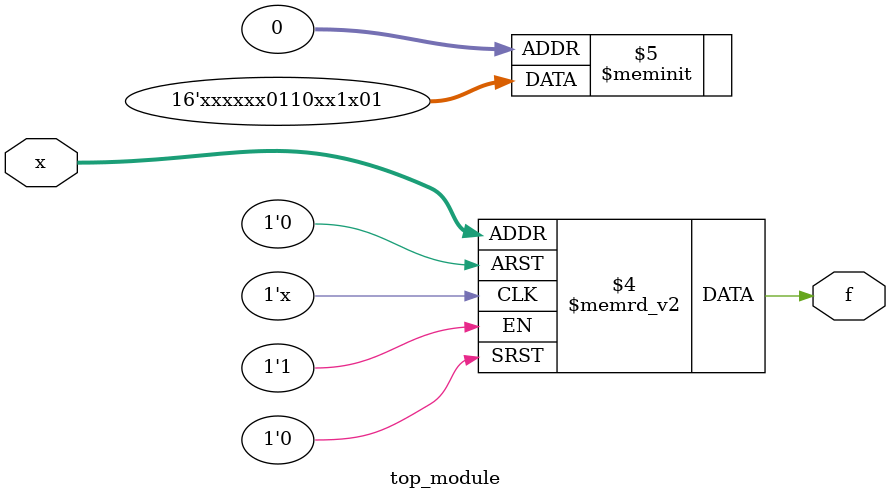
<source format=sv>
module top_module (
    input [4:1] x,
    output logic f
);

always_comb begin
    case (x)
        4'b0000: f = 1'b1;
        4'b0001: f = 1'b0;
        4'b0010: f = 1'bx;
        4'b0011: f = 1'b1;
        4'b0100: f = 1'bx;
        4'b0101: f = 1'bx;
        4'b0110: f = 1'b0;
        4'b0111: f = 1'b1;
        4'b1000: f = 1'b1;
        4'b1001: f = 1'b0;
        4'b1010: f = 1'bx;
        4'b1011: f = 1'bx;
        4'b1100: f = 1'bx;
        4'b1101: f = 1'bx;
        4'b1110: f = 1'bx;
        4'b1111: f = 1'bx;
        default: f = 1'bx;
    endcase
end

endmodule

</source>
